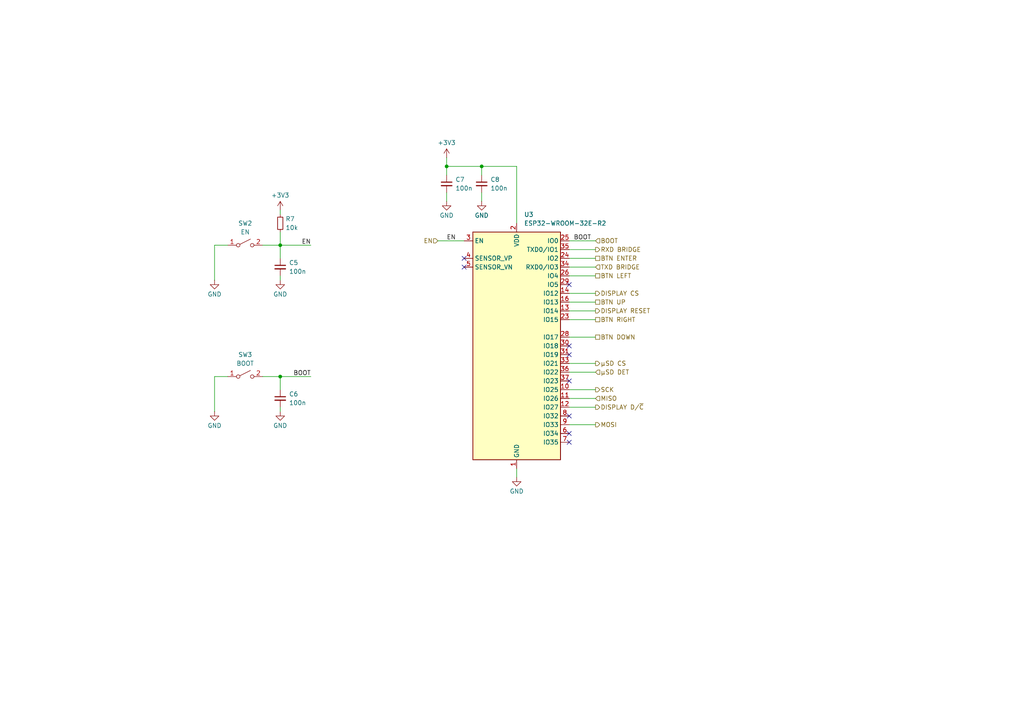
<source format=kicad_sch>
(kicad_sch (version 20250114) (generator "eeschema") (generator_version "9.0")
  (paper "A4")
  (title_block (title "ESP32MP3 devboard") (date "2025-12-08") (rev "Rev 1.0") (company "GiacoBot") (comment 1 "https://github.com/GiacoBot/ESP32MP3"))
  (lib_symbols
    (symbol "Device:C_Small" (pin_numbers (hide yes)) (pin_names (offset 0.254) (hide yes))
      (property "Reference" "C" (at 0.254 1.778 0))
      (property "Value" "C_Small" (at 0.254 -2.032 0))
      (symbol "C_Small_0_1"
        (polyline (pts (xy -1.524 0.508) (xy 1.524 0.508)) (stroke (width 0.3048)))
        (polyline (pts (xy -1.524 -0.508) (xy 1.524 -0.508)) (stroke (width 0.3302)))
      )
      (symbol "C_Small_1_1"
        (pin passive line (at 0 2.54 270) (length 2.032) (name "~") (number "1"))
        (pin passive line (at 0 -2.54 90) (length 2.032) (name "~") (number "2"))
      )
    )
    (symbol "Device:R_Small" (pin_numbers (hide yes)) (pin_names (offset 0.254) (hide yes))
      (property "Reference" "R" (at 0 0 90))
      (property "Value" "R_Small" (at 1.778 0 90))
      (symbol "R_Small_0_1"
        (rectangle (start -0.762 1.778) (end 0.762 -1.778) (stroke (width 0.2032)))
      )
      (symbol "R_Small_1_1"
        (pin passive line (at 0 2.54 270) (length 0.762) (name "~") (number "1"))
        (pin passive line (at 0 -2.54 90) (length 0.762) (name "~") (number "2"))
      )
    )
    (symbol "RF_Module:ESP32-WROOM-32E-R2"
      (property "Reference" "U" (at -12.7 34.29 0))
      (property "Value" "ESP32-WROOM-32E-R2" (at 1.27 34.29 0))
      (symbol "ESP32-WROOM-32E-R2_0_1"
        (rectangle (start -12.7 33.02) (end 12.7 -33.02) (stroke (width 0.254)) (fill (type background)))
      )
      (symbol "ESP32-WROOM-32E-R2_1_1"
        (pin input line (at -15.24 30.48 0) (length 2.54) (name "EN") (number "3"))
        (pin input line (at -15.24 25.4 0) (length 2.54) (name "SENSOR_VP") (number "4"))
        (pin input line (at -15.24 22.86 0) (length 2.54) (name "SENSOR_VN") (number "5"))
        (pin no_connect line (at -12.7 0 0) (length 2.54) (hide yes) (name "NC") (number "21"))
        (pin no_connect line (at -12.7 -2.54 0) (length 2.54) (hide yes) (name "NC") (number "22"))
        (pin no_connect line (at -12.7 -5.08 0) (length 2.54) (hide yes) (name "NC") (number "17"))
        (pin no_connect line (at -12.7 -7.62 0) (length 2.54) (hide yes) (name "NC") (number "18"))
        (pin no_connect line (at -12.7 -10.16 0) (length 2.54) (hide yes) (name "NC") (number "20"))
        (pin no_connect line (at -12.7 -12.7 0) (length 2.54) (hide yes) (name "NC") (number "19"))
        (pin no_connect line (at -12.7 -27.94 0) (length 2.54) (hide yes) (name "NC") (number "32"))
        (pin power_in line (at 0 35.56 270) (length 2.54) (name "VDD") (number "2"))
        (pin power_in line (at 0 -35.56 90) (length 2.54) (name "GND") (number "1"))
        (pin passive line (at 0 -35.56 90) (length 2.54) (hide yes) (name "GND") (number "15"))
        (pin passive line (at 0 -35.56 90) (length 2.54) (hide yes) (name "GND") (number "38"))
        (pin passive line (at 0 -35.56 90) (length 2.54) (hide yes) (name "GND") (number "39"))
        (pin no_connect line (at 12.7 5.08 180) (length 2.54) (hide yes) (name "NC") (number "27"))
        (pin bidirectional line (at 15.24 30.48 180) (length 2.54) (name "IO0") (number "25"))
        (pin bidirectional line (at 15.24 27.94 180) (length 2.54) (name "TXD0/IO1") (number "35"))
        (pin bidirectional line (at 15.24 25.4 180) (length 2.54) (name "IO2") (number "24"))
        (pin bidirectional line (at 15.24 22.86 180) (length 2.54) (name "RXD0/IO3") (number "34"))
        (pin bidirectional line (at 15.24 20.32 180) (length 2.54) (name "IO4") (number "26"))
        (pin bidirectional line (at 15.24 17.78 180) (length 2.54) (name "IO5") (number "29"))
        (pin bidirectional line (at 15.24 15.24 180) (length 2.54) (name "IO12") (number "14"))
        (pin bidirectional line (at 15.24 12.7 180) (length 2.54) (name "IO13") (number "16"))
        (pin bidirectional line (at 15.24 10.16 180) (length 2.54) (name "IO14") (number "13"))
        (pin bidirectional line (at 15.24 7.62 180) (length 2.54) (name "IO15") (number "23"))
        (pin bidirectional line (at 15.24 2.54 180) (length 2.54) (name "IO17") (number "28"))
        (pin bidirectional line (at 15.24 0 180) (length 2.54) (name "IO18") (number "30"))
        (pin bidirectional line (at 15.24 -2.54 180) (length 2.54) (name "IO19") (number "31"))
        (pin bidirectional line (at 15.24 -5.08 180) (length 2.54) (name "IO21") (number "33"))
        (pin bidirectional line (at 15.24 -7.62 180) (length 2.54) (name "IO22") (number "36"))
        (pin bidirectional line (at 15.24 -10.16 180) (length 2.54) (name "IO23") (number "37"))
        (pin bidirectional line (at 15.24 -12.7 180) (length 2.54) (name "IO25") (number "10"))
        (pin bidirectional line (at 15.24 -15.24 180) (length 2.54) (name "IO26") (number "11"))
        (pin bidirectional line (at 15.24 -17.78 180) (length 2.54) (name "IO27") (number "12"))
        (pin bidirectional line (at 15.24 -20.32 180) (length 2.54) (name "IO32") (number "8"))
        (pin bidirectional line (at 15.24 -22.86 180) (length 2.54) (name "IO33") (number "9"))
        (pin input line (at 15.24 -25.4 180) (length 2.54) (name "IO34") (number "6"))
        (pin input line (at 15.24 -27.94 180) (length 2.54) (name "IO35") (number "7"))
      )
    )
    (symbol "Switch:SW_SPST" (pin_names (offset 0) (hide yes))
      (property "Reference" "SW" (at 0 3.175 0))
      (property "Value" "SW_SPST" (at 0 -2.54 0))
      (symbol "SW_SPST_0_0"
        (circle (center -2.032 0) (radius 0.508))
        (polyline (pts (xy -1.524 0.254) (xy 1.524 1.778)))
        (circle (center 2.032 0) (radius 0.508))
      )
      (symbol "SW_SPST_1_1"
        (pin passive line (at -5.08 0 0) (length 2.54) (name "A") (number "1"))
        (pin passive line (at 5.08 0 180) (length 2.54) (name "B") (number "2"))
      )
    )
    (symbol "power:+3V3" (power) (pin_numbers (hide yes)) (pin_names (offset 0) (hide yes))
      (property "Value" "+3V3" (at 0 3.556 0))
      (symbol "+3V3_0_1"
        (polyline (pts (xy -0.762 1.27) (xy 0 2.54)))
        (polyline (pts (xy 0 2.54) (xy 0.762 1.27)))
        (polyline (pts (xy 0 0) (xy 0 2.54)))
      )
      (symbol "+3V3_1_1"
        (pin power_in line (at 0 0 90) (length 0) (name "~") (number "1"))
      )
    )
    (symbol "power:GND" (power) (pin_numbers (hide yes)) (pin_names (offset 0) (hide yes))
      (property "Value" "GND" (at 0 -3.81 0))
      (symbol "GND_0_1"
        (polyline (pts (xy 0 0) (xy 0 -1.27) (xy 1.27 -1.27) (xy 0 -2.54) (xy -1.27 -1.27) (xy 0 -1.27)))
      )
      (symbol "GND_1_1"
        (pin power_in line (at 0 0 270) (length 0) (name "~") (number "1"))
      )
    )
  )
  (junction (at 81.28 71.12))
  (junction (at 139.7 48.26))
  (junction (at 129.54 48.26))
  (junction (at 81.28 109.22))
  (no_connect (at 165.1 100.33))
  (no_connect (at 165.1 120.65))
  (no_connect (at 165.1 102.87))
  (no_connect (at 165.1 125.73))
  (no_connect (at 165.1 82.55))
  (no_connect (at 165.1 110.49))
  (no_connect (at 134.62 74.93))
  (no_connect (at 134.62 77.47))
  (no_connect (at 165.1 128.27))
  (wire (pts (xy 172.72 90.17) (xy 165.1 90.17)))
  (wire (pts (xy 81.28 71.12) (xy 81.28 74.93)))
  (wire (pts (xy 139.7 50.8) (xy 139.7 48.26)))
  (wire (pts (xy 165.1 72.39) (xy 172.72 72.39)))
  (wire (pts (xy 81.28 67.31) (xy 81.28 71.12)))
  (wire (pts (xy 129.54 50.8) (xy 129.54 48.26)))
  (wire (pts (xy 172.72 74.93) (xy 165.1 74.93)))
  (wire (pts (xy 165.1 87.63) (xy 172.72 87.63)))
  (wire (pts (xy 172.72 69.85) (xy 165.1 69.85)))
  (wire (pts (xy 62.23 71.12) (xy 62.23 81.28)))
  (wire (pts (xy 81.28 71.12) (xy 90.17 71.12)))
  (wire (pts (xy 81.28 80.01) (xy 81.28 81.28)))
  (wire (pts (xy 139.7 55.88) (xy 139.7 58.42)))
  (wire (pts (xy 172.72 115.57) (xy 165.1 115.57)))
  (wire (pts (xy 172.72 85.09) (xy 165.1 85.09)))
  (wire (pts (xy 172.72 80.01) (xy 165.1 80.01)))
  (wire (pts (xy 81.28 60.96) (xy 81.28 62.23)))
  (wire (pts (xy 172.72 92.71) (xy 165.1 92.71)))
  (wire (pts (xy 165.1 77.47) (xy 172.72 77.47)))
  (wire (pts (xy 62.23 109.22) (xy 66.04 109.22)))
  (wire (pts (xy 76.2 109.22) (xy 81.28 109.22)))
  (wire (pts (xy 172.72 113.03) (xy 165.1 113.03)))
  (wire (pts (xy 81.28 109.22) (xy 90.17 109.22)))
  (wire (pts (xy 172.72 118.11) (xy 165.1 118.11)))
  (wire (pts (xy 172.72 123.19) (xy 165.1 123.19)))
  (wire (pts (xy 81.28 118.11) (xy 81.28 119.38)))
  (wire (pts (xy 129.54 48.26) (xy 139.7 48.26)))
  (wire (pts (xy 139.7 48.26) (xy 149.86 48.26)))
  (wire (pts (xy 81.28 109.22) (xy 81.28 113.03)))
  (wire (pts (xy 129.54 45.72) (xy 129.54 48.26)))
  (wire (pts (xy 129.54 55.88) (xy 129.54 58.42)))
  (wire (pts (xy 172.72 105.41) (xy 165.1 105.41)))
  (wire (pts (xy 172.72 107.95) (xy 165.1 107.95)))
  (wire (pts (xy 172.72 97.79) (xy 165.1 97.79)))
  (wire (pts (xy 76.2 71.12) (xy 81.28 71.12)))
  (wire (pts (xy 149.86 135.89) (xy 149.86 138.43)))
  (wire (pts (xy 62.23 109.22) (xy 62.23 119.38)))
  (wire (pts (xy 62.23 71.12) (xy 66.04 71.12)))
  (wire (pts (xy 149.86 48.26) (xy 149.86 64.77)))
  (wire (pts (xy 127 69.85) (xy 134.62 69.85)))
  (label "EN" (at 90.17 71.12 180))
  (label "BOOT" (at 90.17 109.22 180))
  (label "BOOT" (at 166.37 69.85 0))
  (label "EN" (at 129.54 69.85 0))
  (hierarchical_label "µSD CS" (shape output) (at 172.72 105.41 0))
  (hierarchical_label "BTN ENTER" (shape passive) (at 172.72 74.93 0))
  (hierarchical_label "SCK" (shape output) (at 172.72 113.03 0))
  (hierarchical_label "BOOT" (shape input) (at 172.72 69.85 0))
  (hierarchical_label "DISPLAY CS" (shape output) (at 172.72 85.09 0))
  (hierarchical_label "DISPLAY D{slash}~{C}" (shape output) (at 172.72 118.11 0))
  (hierarchical_label "µSD DET" (shape input) (at 172.72 107.95 0))
  (hierarchical_label "EN" (shape input) (at 127 69.85 180))
  (hierarchical_label "DISPLAY RESET" (shape output) (at 172.72 90.17 0))
  (hierarchical_label "RXD BRIDGE" (shape output) (at 172.72 72.39 0))
  (hierarchical_label "BTN DOWN" (shape passive) (at 172.72 97.79 0))
  (hierarchical_label "MOSI" (shape output) (at 172.72 123.19 0))
  (hierarchical_label "TXD BRIDGE" (shape input) (at 172.72 77.47 0))
  (hierarchical_label "BTN RIGHT" (shape passive) (at 172.72 92.71 0))
  (hierarchical_label "BTN LEFT" (shape passive) (at 172.72 80.01 0))
  (hierarchical_label "BTN UP" (shape passive) (at 172.72 87.63 0))
  (hierarchical_label "MISO" (shape input) (at 172.72 115.57 0))
  (symbol (lib_id "Device:R_Small") (at 81.28 64.77 0) (unit 1)
    (property "Reference" "R7" (at 82.804 63.5 0) (effects (justify left)))
    (property "Value" "10k" (at 82.804 66.04 0) (effects (justify left)))
    (property "Footprint" "Resistor_SMD:R_0603_1608Metric_Pad0.98x0.95mm_HandSolder" (effects (hide yes)))
    (property "Description" "Resistor, small symbol" (effects (hide yes)))
    (property "Part Number" "YAGEO RC0603FR-0710KL" (effects (hide yes)))
  )
  (symbol (lib_id "power:+3V3") (at 129.54 45.72 0) (unit 1)
    (property "Reference" "#PWR024" (effects (hide yes)))
    (property "Value" "+3V3" (at 129.54 41.402 0))
    (property "Description" "Power symbol creates a global label with name \"+3V3\"" (effects (hide yes)))
  )
  (symbol (lib_id "power:GND") (at 139.7 58.42 0) (unit 1)
    (property "Reference" "#PWR026" (effects (hide yes)))
    (property "Value" "GND" (at 139.7 62.484 0))
    (property "Description" "Power symbol creates a global label with name \"GND\" , ground" (effects (hide yes)))
  )
  (symbol (lib_id "Device:C_Small") (at 129.54 53.34 0) (unit 1)
    (property "Reference" "C7" (at 132.08 52.0762 0) (effects (justify left)))
    (property "Value" "100n" (at 132.08 54.6162 0) (effects (justify left)))
    (property "Footprint" "Capacitor_SMD:C_0603_1608Metric" (effects (hide yes)))
    (property "Description" "Unpolarized capacitor, small symbol" (effects (hide yes)))
    (property "Part Number" "YAGEO CC0603KRX7R9BB104" (effects (hide yes)))
  )
  (symbol (lib_id "Device:C_Small") (at 81.28 115.57 0) (unit 1)
    (property "Reference" "C6" (at 83.82 114.3062 0) (effects (justify left)))
    (property "Value" "100n" (at 83.82 116.8462 0) (effects (justify left)))
    (property "Footprint" "Capacitor_SMD:C_0603_1608Metric" (effects (hide yes)))
    (property "Description" "Unpolarized capacitor, small symbol" (effects (hide yes)))
    (property "Part Number" "YAGEO CC0603KRX7R9BB104" (effects (hide yes)))
  )
  (symbol (lib_id "power:GND") (at 62.23 119.38 0) (unit 1)
    (property "Reference" "#PWR020" (effects (hide yes)))
    (property "Value" "GND" (at 62.23 123.444 0))
    (property "Description" "Power symbol creates a global label with name \"GND\" , ground" (effects (hide yes)))
  )
  (symbol (lib_id "power:GND") (at 81.28 119.38 0) (unit 1)
    (property "Reference" "#PWR023" (effects (hide yes)))
    (property "Value" "GND" (at 81.28 123.444 0))
    (property "Description" "Power symbol creates a global label with name \"GND\" , ground" (effects (hide yes)))
  )
  (symbol (lib_id "Device:C_Small") (at 139.7 53.34 0) (unit 1)
    (property "Reference" "C8" (at 142.24 52.0762 0) (effects (justify left)))
    (property "Value" "100n" (at 142.24 54.6162 0) (effects (justify left)))
    (property "Footprint" "Capacitor_SMD:C_0603_1608Metric" (effects (hide yes)))
    (property "Description" "Unpolarized capacitor, small symbol" (effects (hide yes)))
    (property "Part Number" "YAGEO CC0603KRX7R9BB104" (effects (hide yes)))
  )
  (symbol (lib_id "power:GND") (at 149.86 138.43 0) (unit 1)
    (property "Reference" "#PWR027" (effects (hide yes)))
    (property "Value" "GND" (at 149.86 142.494 0))
    (property "Description" "Power symbol creates a global label with name \"GND\" , ground" (effects (hide yes)))
  )
  (symbol (lib_id "power:GND") (at 81.28 81.28 0) (unit 1)
    (property "Reference" "#PWR022" (effects (hide yes)))
    (property "Value" "GND" (at 81.28 85.344 0))
    (property "Description" "Power symbol creates a global label with name \"GND\" , ground" (effects (hide yes)))
  )
  (symbol (lib_id "power:GND") (at 62.23 81.28 0) (unit 1)
    (property "Reference" "#PWR019" (effects (hide yes)))
    (property "Value" "GND" (at 62.23 85.344 0))
    (property "Description" "Power symbol creates a global label with name \"GND\" , ground" (effects (hide yes)))
  )
  (symbol (lib_id "RF_Module:ESP32-WROOM-32E-R2") (at 149.86 100.33 0) (unit 1)
    (property "Reference" "U3" (at 152.0033 62.23 0) (effects (justify left)))
    (property "Value" "ESP32-WROOM-32E-R2" (at 152.0033 64.77 0) (effects (justify left)))
    (property "Footprint" "RF_Module:ESP32-WROOM-32D" (effects (hide yes)))
    (property "Datasheet" "https://www.espressif.com/sites/default/files/documentation/esp32-wroom-32e_esp32-wroom-32ue_datasheet_en.pdf" (effects (hide yes)))
    (property "Description" "RF Module, ESP32-D0WDR2-V3 SoC, with 2MB PSRAM, Wi-Fi 802.11b/g/n, Bluetooth, BLE, 32-bit, 2.7-3.6V, onboard antenna, SMD" (effects (hide yes)))
    (property "Part Number" "ESPRESSIF ESP32-WROOM-32E-N8R2" (effects (hide yes)))
  )
  (symbol (lib_id "power:GND") (at 129.54 58.42 0) (unit 1)
    (property "Reference" "#PWR025" (effects (hide yes)))
    (property "Value" "GND" (at 129.54 62.484 0))
    (property "Description" "Power symbol creates a global label with name \"GND\" , ground" (effects (hide yes)))
  )
  (symbol (lib_id "power:+3V3") (at 81.28 60.96 0) (unit 1)
    (property "Reference" "#PWR021" (effects (hide yes)))
    (property "Value" "+3V3" (at 81.28 56.642 0))
    (property "Description" "Power symbol creates a global label with name \"+3V3\"" (effects (hide yes)))
  )
  (symbol (lib_id "Device:C_Small") (at 81.28 77.47 0) (unit 1)
    (property "Reference" "C5" (at 83.82 76.2062 0) (effects (justify left)))
    (property "Value" "100n" (at 83.82 78.7462 0) (effects (justify left)))
    (property "Footprint" "Capacitor_SMD:C_0603_1608Metric" (effects (hide yes)))
    (property "Description" "Unpolarized capacitor, small symbol" (effects (hide yes)))
    (property "Part Number" "YAGEO CC0603KRX7R9BB104" (effects (hide yes)))
  )
  (symbol (lib_id "Switch:SW_SPST") (at 71.12 109.22 0) (unit 1)
    (property "Reference" "SW3" (at 71.12 102.87 0))
    (property "Value" "BOOT" (at 71.12 105.41 0))
    (property "Footprint" "Library:SW_TS-1088-AR02016" (effects (hide yes)))
    (property "Description" "Single Pole Single Throw (SPST) switch" (effects (hide yes)))
    (property "Part Number" "XUNPU TS-1088-AR02016" (effects (hide yes)))
  )
  (symbol (lib_id "Switch:SW_SPST") (at 71.12 71.12 0) (unit 1)
    (property "Reference" "SW2" (at 71.12 64.77 0))
    (property "Value" "EN" (at 71.12 67.31 0))
    (property "Footprint" "Library:SW_TS-1088-AR02016" (effects (hide yes)))
    (property "Description" "Single Pole Single Throw (SPST) switch" (effects (hide yes)))
    (property "Part Number" "XUNPU TS-1088-AR02016" (effects (hide yes)))
  )
)
</source>
